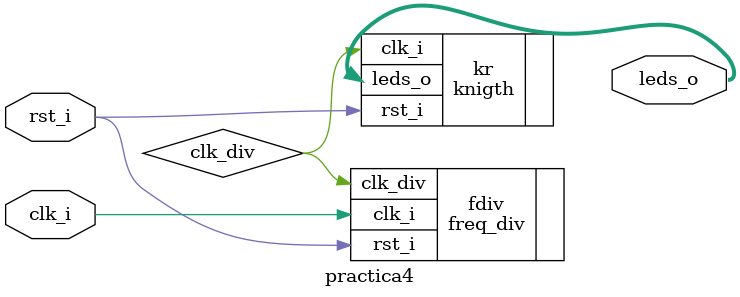
<source format=v>
module practica4(
	input clk_i,
	input rst_i,
	output wire [7:0] leds_o 
);

	wire clk_div;
	
	knigth kr (
		.clk_i(clk_div),
		.rst_i(rst_i),
		.leds_o(leds_o) 
	);
	
	freq_div fdiv (
		.clk_i(clk_i),
		.rst_i(rst_i),
		.clk_div(clk_div)
	);

endmodule

</source>
